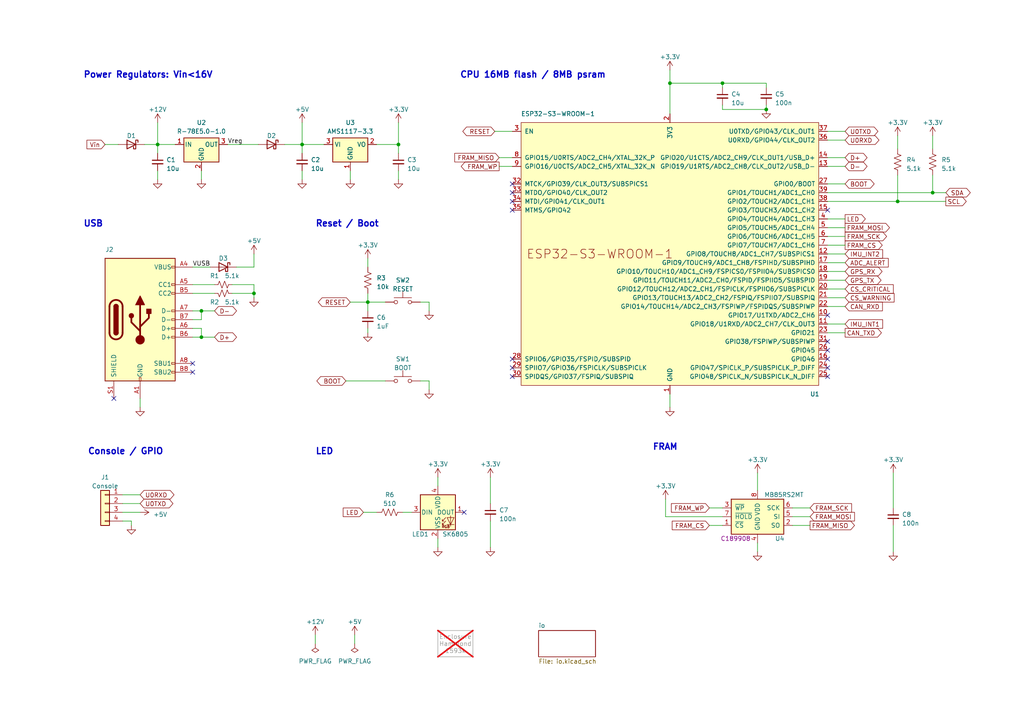
<source format=kicad_sch>
(kicad_sch (version 20230121) (generator eeschema)
  (paper "A4")
  (title_block (date "2021-02-16"))
  (lib_symbols
    (symbol "Connector:USB_C_Receptacle_USB2.0" (pin_names (offset 1.016))
      (property "Reference" "J" (at -10.16 19.05 0))
      (property "Value" "USB_C_Receptacle_USB2.0" (at 19.05 19.05 0))
      (symbol "USB_C_Receptacle_USB2.0_0_0"
        (rectangle (start -0.254 -17.78) (end 0.254 -16.764))
        (rectangle (start 10.16 -14.986) (end 9.144 -15.494))
        (rectangle (start 10.16 -12.446) (end 9.144 -12.954))
        (rectangle (start 10.16 -4.826) (end 9.144 -5.334))
        (rectangle (start 10.16 -2.286) (end 9.144 -2.794))
        (rectangle (start 10.16 0.254) (end 9.144 -0.254))
        (rectangle (start 10.16 2.794) (end 9.144 2.286))
        (rectangle (start 10.16 7.874) (end 9.144 7.366))
        (rectangle (start 10.16 10.414) (end 9.144 9.906))
        (rectangle (start 10.16 15.494) (end 9.144 14.986))
      )
      (symbol "USB_C_Receptacle_USB2.0_0_1"
        (rectangle (start -10.16 17.78) (end 10.16 -17.78) (stroke (width 0.254)) (fill (type background)))
        (arc (start -8.89 -3.81) (mid -6.985 -5.7067) (end -5.08 -3.81) (stroke (width 0.508)))
        (arc (start -7.62 -3.81) (mid -6.985 -4.4423) (end -6.35 -3.81) (stroke (width 0.254)))
        (arc (start -7.62 -3.81) (mid -6.985 -4.4423) (end -6.35 -3.81) (stroke (width 0.254)) (fill (type outline)))
        (rectangle (start -7.62 -3.81) (end -6.35 3.81) (stroke (width 0.254)) (fill (type outline)))
        (arc (start -6.35 3.81) (mid -6.985 4.4423) (end -7.62 3.81) (stroke (width 0.254)))
        (arc (start -6.35 3.81) (mid -6.985 4.4423) (end -7.62 3.81) (stroke (width 0.254)) (fill (type outline)))
        (arc (start -5.08 3.81) (mid -6.985 5.7067) (end -8.89 3.81) (stroke (width 0.508)))
        (circle (center -2.54 1.143) (radius 0.635) (stroke (width 0.254)) (fill (type outline)))
        (circle (center 0 -5.842) (radius 1.27) (fill (type outline)))
        (polyline (pts (xy -8.89 -3.81) (xy -8.89 3.81)) (stroke (width 0.508)))
        (polyline (pts (xy -5.08 3.81) (xy -5.08 -3.81)) (stroke (width 0.508)))
        (polyline (pts (xy 0 -5.842) (xy 0 4.318)) (stroke (width 0.508)))
        (polyline (pts (xy 0 -3.302) (xy -2.54 -0.762) (xy -2.54 0.508)) (stroke (width 0.508)))
        (polyline (pts (xy 0 -2.032) (xy 2.54 0.508) (xy 2.54 1.778)) (stroke (width 0.508)))
        (polyline (pts (xy -1.27 4.318) (xy 0 6.858) (xy 1.27 4.318) (xy -1.27 4.318)) (stroke (width 0.254)) (fill (type outline)))
        (rectangle (start 1.905 1.778) (end 3.175 3.048) (stroke (width 0.254)) (fill (type outline)))
      )
      (symbol "USB_C_Receptacle_USB2.0_1_1"
        (pin passive line (at 0 -22.86 90) (length 5.08) (name "GND") (number "A1"))
        (pin passive line (at 0 -22.86 90) (length 5.08) hide (name "GND") (number "A12"))
        (pin passive line (at 15.24 15.24 180) (length 5.08) (name "VBUS") (number "A4"))
        (pin bidirectional line (at 15.24 10.16 180) (length 5.08) (name "CC1") (number "A5"))
        (pin bidirectional line (at 15.24 -2.54 180) (length 5.08) (name "D+") (number "A6"))
        (pin bidirectional line (at 15.24 2.54 180) (length 5.08) (name "D-") (number "A7"))
        (pin bidirectional line (at 15.24 -12.7 180) (length 5.08) (name "SBU1") (number "A8"))
        (pin passive line (at 15.24 15.24 180) (length 5.08) hide (name "VBUS") (number "A9"))
        (pin passive line (at 0 -22.86 90) (length 5.08) hide (name "GND") (number "B1"))
        (pin passive line (at 0 -22.86 90) (length 5.08) hide (name "GND") (number "B12"))
        (pin passive line (at 15.24 15.24 180) (length 5.08) hide (name "VBUS") (number "B4"))
        (pin bidirectional line (at 15.24 7.62 180) (length 5.08) (name "CC2") (number "B5"))
        (pin bidirectional line (at 15.24 -5.08 180) (length 5.08) (name "D+") (number "B6"))
        (pin bidirectional line (at 15.24 0 180) (length 5.08) (name "D-") (number "B7"))
        (pin bidirectional line (at 15.24 -15.24 180) (length 5.08) (name "SBU2") (number "B8"))
        (pin passive line (at 15.24 15.24 180) (length 5.08) hide (name "VBUS") (number "B9"))
        (pin passive line (at -7.62 -22.86 90) (length 5.08) (name "SHIELD") (number "S1"))
      )
    )
    (symbol "Connector_Generic:Conn_01x04" (pin_names (offset 1.016) hide)
      (property "Reference" "J" (at 0 5.08 0))
      (property "Value" "Conn_01x04" (at 0 -7.62 0))
      (symbol "Conn_01x04_1_1"
        (rectangle (start -1.27 -4.953) (end 0 -5.207) (stroke (width 0.1524)))
        (rectangle (start -1.27 -2.413) (end 0 -2.667) (stroke (width 0.1524)))
        (rectangle (start -1.27 0.127) (end 0 -0.127) (stroke (width 0.1524)))
        (rectangle (start -1.27 2.667) (end 0 2.413) (stroke (width 0.1524)))
        (rectangle (start -1.27 3.81) (end 1.27 -6.35) (stroke (width 0.254)) (fill (type background)))
        (pin passive line (at -5.08 2.54 0) (length 3.81) (name "Pin_1") (number "1"))
        (pin passive line (at -5.08 0 0) (length 3.81) (name "Pin_2") (number "2"))
        (pin passive line (at -5.08 -2.54 0) (length 3.81) (name "Pin_3") (number "3"))
        (pin passive line (at -5.08 -5.08 0) (length 3.81) (name "Pin_4") (number "4"))
      )
    )
    (symbol "Device:C_Small" (pin_numbers hide) (pin_names (offset 0.254) hide)
      (property "Reference" "C" (at 0.254 1.778 0))
      (property "Value" "C_Small" (at 0.254 -2.032 0))
      (symbol "C_Small_0_1"
        (polyline (pts (xy -1.524 -0.508) (xy 1.524 -0.508)) (stroke (width 0.3302)))
        (polyline (pts (xy -1.524 0.508) (xy 1.524 0.508)) (stroke (width 0.3048)))
      )
      (symbol "C_Small_1_1"
        (pin passive line (at 0 2.54 270) (length 2.032) (name "~") (number "1"))
        (pin passive line (at 0 -2.54 90) (length 2.032) (name "~") (number "2"))
      )
    )
    (symbol "Device:R_Small_US" (pin_numbers hide) (pin_names (offset 0.254) hide)
      (property "Reference" "R" (at 0.762 0.508 0))
      (property "Value" "R_Small_US" (at 0.762 -1.016 0))
      (symbol "R_Small_US_1_1"
        (polyline (pts (xy 0 0) (xy 1.016 -0.381) (xy 0 -0.762) (xy -1.016 -1.143) (xy 0 -1.524)))
        (polyline (pts (xy 0 1.524) (xy 1.016 1.143) (xy 0 0.762) (xy -1.016 0.381) (xy 0 0)))
        (pin passive line (at 0 2.54 270) (length 1.016) (name "~") (number "1"))
        (pin passive line (at 0 -2.54 90) (length 1.016) (name "~") (number "2"))
      )
    )
    (symbol "Device:R_US" (pin_numbers hide) (pin_names (offset 0))
      (property "Reference" "R" (at 2.54 0 90))
      (property "Value" "R_US" (at -2.54 0 90))
      (symbol "R_US_0_1"
        (polyline (pts (xy 0 -2.286) (xy 0 -2.54)))
        (polyline (pts (xy 0 2.286) (xy 0 2.54)))
        (polyline (pts (xy 0 -0.762) (xy 1.016 -1.143) (xy 0 -1.524) (xy -1.016 -1.905) (xy 0 -2.286)))
        (polyline (pts (xy 0 0.762) (xy 1.016 0.381) (xy 0 0) (xy -1.016 -0.381) (xy 0 -0.762)))
        (polyline (pts (xy 0 2.286) (xy 1.016 1.905) (xy 0 1.524) (xy -1.016 1.143) (xy 0 0.762)))
      )
      (symbol "R_US_1_1"
        (pin passive line (at 0 3.81 270) (length 1.27) (name "~") (number "1"))
        (pin passive line (at 0 -3.81 90) (length 1.27) (name "~") (number "2"))
      )
    )
    (symbol "Diode:1N5819WS" (pin_numbers hide) (pin_names (offset 1.016) hide)
      (property "Reference" "D" (at 0 2.54 0))
      (property "Value" "1N5819WS" (at 0 -2.54 0))
      (symbol "1N5819WS_0_1"
        (polyline (pts (xy 1.27 0) (xy -1.27 0)))
        (polyline (pts (xy 1.27 1.27) (xy 1.27 -1.27) (xy -1.27 0) (xy 1.27 1.27)) (stroke (width 0.254)))
        (polyline (pts (xy -1.905 0.635) (xy -1.905 1.27) (xy -1.27 1.27) (xy -1.27 -1.27) (xy -0.635 -1.27) (xy -0.635 -0.635)) (stroke (width 0.254)))
      )
      (symbol "1N5819WS_1_1"
        (pin passive line (at -3.81 0 0) (length 2.54) (name "K") (number "1"))
        (pin passive line (at 3.81 0 180) (length 2.54) (name "A") (number "2"))
      )
    )
    (symbol "LED:SK6805" (pin_names (offset 0.254))
      (property "Reference" "D" (at 5.08 5.715 0))
      (property "Value" "SK6805" (at 1.27 -5.715 0))
      (symbol "SK6805_0_0"
        (text "RGB" (at 2.286 -4.191 0) (effects (font (size 0.762 0.762))))
      )
      (symbol "SK6805_0_1"
        (polyline (pts (xy 1.27 -3.556) (xy 1.778 -3.556)))
        (polyline (pts (xy 1.27 -2.54) (xy 1.778 -2.54)))
        (polyline (pts (xy 4.699 -3.556) (xy 2.667 -3.556)))
        (polyline (pts (xy 2.286 -2.54) (xy 1.27 -3.556) (xy 1.27 -3.048)))
        (polyline (pts (xy 2.286 -1.524) (xy 1.27 -2.54) (xy 1.27 -2.032)))
        (polyline (pts (xy 3.683 -1.016) (xy 3.683 -3.556) (xy 3.683 -4.064)))
        (polyline (pts (xy 4.699 -1.524) (xy 2.667 -1.524) (xy 3.683 -3.556) (xy 4.699 -1.524)))
        (rectangle (start 5.08 5.08) (end -5.08 -5.08) (stroke (width 0.254)) (fill (type background)))
      )
      (symbol "SK6805_1_1"
        (pin output line (at 7.62 0 180) (length 2.54) (name "DOUT") (number "1"))
        (pin power_in line (at 0 -7.62 90) (length 2.54) (name "VSS") (number "2"))
        (pin input line (at -7.62 0 0) (length 2.54) (name "DIN") (number "3"))
        (pin power_in line (at 0 7.62 270) (length 2.54) (name "VDD") (number "4"))
      )
    )
    (symbol "Memory_NVRAM:MB85RS2MT" (pin_names (offset 1.016))
      (property "Reference" "U" (at -7.62 6.35 0))
      (property "Value" "MB85RS2MT" (at 1.27 6.35 0))
      (symbol "MB85RS2MT_0_1"
        (rectangle (start -7.62 5.08) (end 7.62 -5.08) (stroke (width 0.254)) (fill (type background)))
      )
      (symbol "MB85RS2MT_1_1"
        (pin input line (at -10.16 -2.54 0) (length 2.54) (name "~{CS}") (number "1"))
        (pin output line (at 10.16 -2.54 180) (length 2.54) (name "SO") (number "2"))
        (pin input line (at -10.16 2.54 0) (length 2.54) (name "~{WP}") (number "3"))
        (pin power_in line (at 0 -7.62 90) (length 2.54) (name "GND") (number "4"))
        (pin input line (at 10.16 0 180) (length 2.54) (name "SI") (number "5"))
        (pin input line (at 10.16 2.54 180) (length 2.54) (name "SCK") (number "6"))
        (pin input line (at -10.16 0 0) (length 2.54) (name "~{HOLD}") (number "7"))
        (pin power_in line (at 0 7.62 270) (length 2.54) (name "VDD") (number "8"))
      )
    )
    (symbol "PCM_Espressif:ESP32-S3-WROOM-1" (pin_names (offset 1.016))
      (property "Reference" "U" (at -43.18 43.18 0))
      (property "Value" "ESP32-S3-WROOM-1" (at -43.18 40.64 0))
      (symbol "ESP32-S3-WROOM-1_0_0"
        (text "ESP32-S3-WROOM-1" (at -20.32 0 0) (effects (font (size 2.54 2.54))))
        (pin power_in line (at 0 -40.64 90) (length 2.54) (name "GND") (number "1"))
        (pin bidirectional line (at 45.72 -17.78 180) (length 2.54) (name "GPIO17/U1TXD/ADC2_CH6") (number "10"))
        (pin bidirectional line (at 45.72 -20.32 180) (length 2.54) (name "GPIO18/U1RXD/ADC2_CH7/CLK_OUT3") (number "11"))
        (pin bidirectional line (at 45.72 0 180) (length 2.54) (name "GPIO8/TOUCH8/ADC1_CH7/SUBSPICS1") (number "12"))
        (pin bidirectional line (at 45.72 25.4 180) (length 2.54) (name "GPIO19/U1RTS/ADC2_CH8/CLK_OUT2/USB_D-") (number "13"))
        (pin bidirectional line (at 45.72 27.94 180) (length 2.54) (name "GPIO20/U1CTS/ADC2_CH9/CLK_OUT1/USB_D+") (number "14"))
        (pin bidirectional line (at 45.72 12.7 180) (length 2.54) (name "GPIO3/TOUCH3/ADC1_CH2") (number "15"))
        (pin bidirectional line (at 45.72 -30.48 180) (length 2.54) (name "GPIO46") (number "16"))
        (pin bidirectional line (at 45.72 -2.54 180) (length 2.54) (name "GPIO9/TOUCH9/ADC1_CH8/FSPIHD/SUBSPIHD") (number "17"))
        (pin bidirectional line (at 45.72 -5.08 180) (length 2.54) (name "GPIO10/TOUCH10/ADC1_CH9/FSPICS0/FSPIIO4/SUBSPICS0") (number "18"))
        (pin bidirectional line (at 45.72 -7.62 180) (length 2.54) (name "GPIO11/TOUCH11/ADC2_CH0/FSPID/FSPIIO5/SUBSPID") (number "19"))
        (pin power_in line (at 0 40.64 270) (length 2.54) (name "3V3") (number "2"))
        (pin bidirectional line (at 45.72 -10.16 180) (length 2.54) (name "GPIO12/TOUCH12/ADC2_CH1/FSPICLK/FSPIIO6/SUBSPICLK") (number "20"))
        (pin bidirectional line (at 45.72 -12.7 180) (length 2.54) (name "GPIO13/TOUCH13/ADC2_CH2/FSPIQ/FSPIIO7/SUBSPIQ") (number "21"))
        (pin bidirectional line (at 45.72 -15.24 180) (length 2.54) (name "GPIO14/TOUCH14/ADC2_CH3/FSPIWP/FSPIDQS/SUBSPIWP") (number "22"))
        (pin bidirectional line (at 45.72 -22.86 180) (length 2.54) (name "GPIO21") (number "23"))
        (pin bidirectional line (at 45.72 -33.02 180) (length 2.54) (name "GPIO47/SPICLK_P/SUBSPICLK_P_DIFF") (number "24"))
        (pin bidirectional line (at 45.72 -35.56 180) (length 2.54) (name "GPIO48/SPICLK_N/SUBSPICLK_N_DIFF") (number "25"))
        (pin bidirectional line (at 45.72 -27.94 180) (length 2.54) (name "GPIO45") (number "26"))
        (pin bidirectional line (at 45.72 20.32 180) (length 2.54) (name "GPIO0/BOOT") (number "27"))
        (pin bidirectional line (at -45.72 -30.48 0) (length 2.54) (name "SPIIO6/GPIO35/FSPID/SUBSPID") (number "28"))
        (pin bidirectional line (at -45.72 -33.02 0) (length 2.54) (name "SPIIO7/GPIO36/FSPICLK/SUBSPICLK") (number "29"))
        (pin input line (at -45.72 35.56 0) (length 2.54) (name "EN") (number "3"))
        (pin bidirectional line (at -45.72 -35.56 0) (length 2.54) (name "SPIDQS/GPIO37/FSPIQ/SUBSPIQ") (number "30"))
        (pin bidirectional line (at 45.72 -25.4 180) (length 2.54) (name "GPIO38/FSPIWP/SUBSPIWP") (number "31"))
        (pin bidirectional line (at -45.72 20.32 0) (length 2.54) (name "MTCK/GPIO39/CLK_OUT3/SUBSPICS1") (number "32"))
        (pin bidirectional line (at -45.72 17.78 0) (length 2.54) (name "MTDO/GPIO40/CLK_OUT2") (number "33"))
        (pin bidirectional line (at -45.72 15.24 0) (length 2.54) (name "MTDI/GPIO41/CLK_OUT1") (number "34"))
        (pin bidirectional line (at -45.72 12.7 0) (length 2.54) (name "MTMS/GPIO42") (number "35"))
        (pin bidirectional line (at 45.72 33.02 180) (length 2.54) (name "U0RXD/GPIO44/CLK_OUT2") (number "36"))
        (pin bidirectional line (at 45.72 35.56 180) (length 2.54) (name "U0TXD/GPIO43/CLK_OUT1") (number "37"))
        (pin bidirectional line (at 45.72 15.24 180) (length 2.54) (name "GPIO2/TOUCH2/ADC1_CH1") (number "38"))
        (pin bidirectional line (at 45.72 17.78 180) (length 2.54) (name "GPIO1/TOUCH1/ADC1_CH0") (number "39"))
        (pin bidirectional line (at 45.72 10.16 180) (length 2.54) (name "GPIO4/TOUCH4/ADC1_CH3") (number "4"))
        (pin passive line (at 0 -40.64 90) (length 2.54) hide (name "GND") (number "40"))
        (pin passive line (at 0 -40.64 90) (length 2.54) hide (name "GND") (number "41"))
        (pin bidirectional line (at 45.72 7.62 180) (length 2.54) (name "GPIO5/TOUCH5/ADC1_CH4") (number "5"))
        (pin bidirectional line (at 45.72 5.08 180) (length 2.54) (name "GPIO6/TOUCH6/ADC1_CH5") (number "6"))
        (pin bidirectional line (at 45.72 2.54 180) (length 2.54) (name "GPIO7/TOUCH7/ADC1_CH6") (number "7"))
        (pin bidirectional line (at -45.72 27.94 0) (length 2.54) (name "GPIO15/U0RTS/ADC2_CH4/XTAL_32K_P") (number "8"))
        (pin bidirectional line (at -45.72 25.4 0) (length 2.54) (name "GPIO16/U0CTS/ADC2_CH5/XTAL_32K_N") (number "9"))
      )
      (symbol "ESP32-S3-WROOM-1_0_1"
        (rectangle (start -43.18 38.1) (end 43.18 -38.1) (fill (type background)))
      )
    )
    (symbol "Regulator_Linear:AMS1117-3.3"
      (property "Reference" "U" (at -3.81 3.175 0))
      (property "Value" "AMS1117-3.3" (at 0 3.175 0))
      (symbol "AMS1117-3.3_0_1"
        (rectangle (start -5.08 -5.08) (end 5.08 1.905) (stroke (width 0.254)) (fill (type background)))
      )
      (symbol "AMS1117-3.3_1_1"
        (pin power_in line (at 0 -7.62 90) (length 2.54) (name "GND") (number "1"))
        (pin power_out line (at 7.62 0 180) (length 2.54) (name "VO") (number "2"))
        (pin power_in line (at -7.62 0 0) (length 2.54) (name "VI") (number "3"))
      )
    )
    (symbol "Regulator_Switching:R-78E5.0-1.0" (pin_names (offset 0.254))
      (property "Reference" "U" (at -3.81 3.175 0))
      (property "Value" "R-78E5.0-1.0" (at 0 3.175 0))
      (symbol "R-78E5.0-1.0_0_1"
        (rectangle (start -5.08 1.905) (end 5.08 -5.08) (stroke (width 0.254)) (fill (type background)))
      )
      (symbol "R-78E5.0-1.0_1_1"
        (pin power_in line (at -7.62 0 0) (length 2.54) (name "IN") (number "1"))
        (pin power_in line (at 0 -7.62 90) (length 2.54) (name "GND") (number "2"))
        (pin power_out line (at 7.62 0 180) (length 2.54) (name "OUT") (number "3"))
      )
    )
    (symbol "Switch:SW_Push" (pin_numbers hide) (pin_names (offset 1.016) hide)
      (property "Reference" "SW" (at 1.27 2.54 0))
      (property "Value" "SW_Push" (at 0 -1.524 0))
      (symbol "SW_Push_0_1"
        (circle (center -2.032 0) (radius 0.508))
        (polyline (pts (xy 0 1.27) (xy 0 3.048)))
        (polyline (pts (xy 2.54 1.27) (xy -2.54 1.27)))
        (circle (center 2.032 0) (radius 0.508))
        (pin passive line (at -5.08 0 0) (length 2.54) (name "1") (number "1"))
        (pin passive line (at 5.08 0 180) (length 2.54) (name "2") (number "2"))
      )
    )
    (symbol "Symbols:Hammond_1593k"
      (symbol "Hammond_1593k_0_1"
        (rectangle (start 0 7.62) (end 10.16 0))
      )
      (symbol "Hammond_1593k_1_1"
        (text "Enclosure\nHammond\n1593k" (at 5.08 3.81 0) (effects (font (size 1.27 1.27))))
      )
    )
    (symbol "power:+12V" (power) (pin_names (offset 0))
      (property "Value" "+12V" (at 0 3.556 0))
      (symbol "+12V_0_1"
        (polyline (pts (xy -0.762 1.27) (xy 0 2.54)))
        (polyline (pts (xy 0 0) (xy 0 2.54)))
        (polyline (pts (xy 0 2.54) (xy 0.762 1.27)))
      )
      (symbol "+12V_1_1"
        (pin power_in line (at 0 0 90) (length 0) hide (name "+12V") (number "1"))
      )
    )
    (symbol "power:+3.3V" (power) (pin_names (offset 0))
      (property "Value" "+3.3V" (at 0 3.556 0))
      (symbol "+3.3V_0_1"
        (polyline (pts (xy -0.762 1.27) (xy 0 2.54)))
        (polyline (pts (xy 0 0) (xy 0 2.54)))
        (polyline (pts (xy 0 2.54) (xy 0.762 1.27)))
      )
      (symbol "+3.3V_1_1"
        (pin power_in line (at 0 0 90) (length 0) hide (name "+3.3V") (number "1"))
      )
    )
    (symbol "power:+5V" (power) (pin_names (offset 0))
      (property "Value" "+5V" (at 0 3.556 0))
      (symbol "+5V_0_1"
        (polyline (pts (xy -0.762 1.27) (xy 0 2.54)))
        (polyline (pts (xy 0 0) (xy 0 2.54)))
        (polyline (pts (xy 0 2.54) (xy 0.762 1.27)))
      )
      (symbol "+5V_1_1"
        (pin power_in line (at 0 0 90) (length 0) hide (name "+5V") (number "1"))
      )
    )
    (symbol "power:GND" (power) (pin_names (offset 0))
      (property "Value" "GND" (at 0 -3.81 0))
      (symbol "GND_0_1"
        (polyline (pts (xy 0 0) (xy 0 -1.27) (xy 1.27 -1.27) (xy 0 -2.54) (xy -1.27 -1.27) (xy 0 -1.27)))
      )
      (symbol "GND_1_1"
        (pin power_in line (at 0 0 270) (length 0) hide (name "GND") (number "1"))
      )
    )
    (symbol "power:PWR_FLAG" (power) (pin_numbers hide) (pin_names (offset 0) hide)
      (property "Value" "PWR_FLAG" (at 0 3.81 0))
      (symbol "PWR_FLAG_0_0"
        (pin power_out line (at 0 0 90) (length 0) (name "pwr") (number "1"))
      )
      (symbol "PWR_FLAG_0_1"
        (polyline (pts (xy 0 0) (xy 0 1.27) (xy -1.016 1.905) (xy 0 2.54) (xy 1.016 1.905) (xy 0 1.27)))
      )
    )
  )
  (junction (at 106.68 87.63))
  (junction (at 87.63 41.91))
  (junction (at 270.51 55.88))
  (junction (at 260.35 58.42))
  (junction (at 209.55 24.13))
  (junction (at 58.42 97.79))
  (junction (at 115.57 41.91))
  (junction (at 45.72 41.91))
  (junction (at 194.31 24.13))
  (junction (at 73.66 85.09))
  (junction (at 58.42 90.17))
  (junction (at 222.25 31.75))
  (no_connect (at 33.02 115.57))
  (no_connect (at 55.88 105.41))
  (no_connect (at 148.59 106.68))
  (no_connect (at 134.62 148.59))
  (no_connect (at 148.59 58.42))
  (no_connect (at 148.59 104.14))
  (no_connect (at 240.03 60.96))
  (no_connect (at 240.03 104.14))
  (no_connect (at 240.03 101.6))
  (no_connect (at 148.59 60.96))
  (no_connect (at 240.03 106.68))
  (no_connect (at 240.03 99.06))
  (no_connect (at 240.03 109.22))
  (no_connect (at 148.59 55.88))
  (no_connect (at 148.59 53.34))
  (no_connect (at 240.03 91.44))
  (no_connect (at 55.88 107.95))
  (no_connect (at 148.59 109.22))
  (wire (pts (xy 35.56 146.05) (xy 40.64 146.05)))
  (wire (pts (xy 143.51 38.1) (xy 148.59 38.1)))
  (wire (pts (xy 260.35 50.8) (xy 260.35 58.42)))
  (wire (pts (xy 87.63 49.53) (xy 87.63 52.07)))
  (wire (pts (xy 240.03 78.74) (xy 245.11 78.74)))
  (wire (pts (xy 193.04 144.78) (xy 193.04 149.86)))
  (wire (pts (xy 240.03 66.04) (xy 245.11 66.04)))
  (wire (pts (xy 55.88 85.09) (xy 62.23 85.09)))
  (wire (pts (xy 116.84 148.59) (xy 119.38 148.59)))
  (wire (pts (xy 115.57 49.53) (xy 115.57 52.07)))
  (wire (pts (xy 100.33 110.49) (xy 111.76 110.49)))
  (wire (pts (xy 240.03 83.82) (xy 245.11 83.82)))
  (wire (pts (xy 260.35 58.42) (xy 274.32 58.42)))
  (wire (pts (xy 209.55 25.4) (xy 209.55 24.13)))
  (wire (pts (xy 109.22 41.91) (xy 115.57 41.91)))
  (wire (pts (xy 115.57 35.56) (xy 115.57 41.91)))
  (wire (pts (xy 55.88 97.79) (xy 58.42 97.79)))
  (wire (pts (xy 101.6 87.63) (xy 106.68 87.63)))
  (wire (pts (xy 240.03 73.66) (xy 245.11 73.66)))
  (wire (pts (xy 127 138.43) (xy 127 140.97)))
  (wire (pts (xy 105.41 148.59) (xy 109.22 148.59)))
  (wire (pts (xy 35.56 148.59) (xy 40.64 148.59)))
  (wire (pts (xy 124.46 110.49) (xy 124.46 113.03)))
  (wire (pts (xy 240.03 71.12) (xy 245.11 71.12)))
  (wire (pts (xy 240.03 96.52) (xy 245.11 96.52)))
  (wire (pts (xy 270.51 55.88) (xy 274.32 55.88)))
  (wire (pts (xy 229.87 147.32) (xy 234.95 147.32)))
  (wire (pts (xy 240.03 38.1) (xy 245.11 38.1)))
  (wire (pts (xy 240.03 48.26) (xy 245.11 48.26)))
  (wire (pts (xy 73.66 73.66) (xy 73.66 77.47)))
  (wire (pts (xy 58.42 49.53) (xy 58.42 52.07)))
  (wire (pts (xy 240.03 53.34) (xy 245.11 53.34)))
  (wire (pts (xy 106.68 87.63) (xy 106.68 90.17)))
  (wire (pts (xy 91.44 184.15) (xy 91.44 186.69)))
  (wire (pts (xy 38.1 151.13) (xy 38.1 152.4)))
  (wire (pts (xy 67.31 85.09) (xy 73.66 85.09)))
  (wire (pts (xy 106.68 74.93) (xy 106.68 77.47)))
  (wire (pts (xy 40.64 115.57) (xy 40.64 118.11)))
  (wire (pts (xy 240.03 55.88) (xy 270.51 55.88)))
  (wire (pts (xy 58.42 90.17) (xy 58.42 92.71)))
  (wire (pts (xy 240.03 40.64) (xy 245.11 40.64)))
  (wire (pts (xy 58.42 97.79) (xy 62.23 97.79)))
  (wire (pts (xy 229.87 149.86) (xy 234.95 149.86)))
  (wire (pts (xy 58.42 90.17) (xy 62.23 90.17)))
  (wire (pts (xy 209.55 31.75) (xy 222.25 31.75)))
  (wire (pts (xy 35.56 143.51) (xy 40.64 143.51)))
  (wire (pts (xy 205.74 147.32) (xy 209.55 147.32)))
  (wire (pts (xy 55.88 77.47) (xy 60.96 77.47)))
  (wire (pts (xy 106.68 85.09) (xy 106.68 87.63)))
  (wire (pts (xy 259.08 137.16) (xy 259.08 147.32)))
  (wire (pts (xy 102.87 184.15) (xy 102.87 186.69)))
  (wire (pts (xy 222.25 24.13) (xy 222.25 25.4)))
  (wire (pts (xy 240.03 68.58) (xy 245.11 68.58)))
  (wire (pts (xy 144.78 48.26) (xy 148.59 48.26)))
  (wire (pts (xy 270.51 50.8) (xy 270.51 55.88)))
  (wire (pts (xy 121.92 87.63) (xy 124.46 87.63)))
  (wire (pts (xy 55.88 82.55) (xy 62.23 82.55)))
  (wire (pts (xy 209.55 30.48) (xy 209.55 31.75)))
  (wire (pts (xy 240.03 88.9) (xy 245.11 88.9)))
  (wire (pts (xy 205.74 152.4) (xy 209.55 152.4)))
  (wire (pts (xy 229.87 152.4) (xy 234.95 152.4)))
  (wire (pts (xy 82.55 41.91) (xy 87.63 41.91)))
  (wire (pts (xy 194.31 24.13) (xy 209.55 24.13)))
  (wire (pts (xy 219.71 157.48) (xy 219.71 160.02)))
  (wire (pts (xy 68.58 77.47) (xy 73.66 77.47)))
  (wire (pts (xy 101.6 49.53) (xy 101.6 52.07)))
  (wire (pts (xy 106.68 95.25) (xy 106.68 96.52)))
  (wire (pts (xy 121.92 110.49) (xy 124.46 110.49)))
  (wire (pts (xy 87.63 41.91) (xy 93.98 41.91)))
  (wire (pts (xy 73.66 85.09) (xy 73.66 86.36)))
  (wire (pts (xy 194.31 24.13) (xy 194.31 33.02)))
  (wire (pts (xy 240.03 45.72) (xy 245.11 45.72)))
  (wire (pts (xy 222.25 30.48) (xy 222.25 31.75)))
  (wire (pts (xy 240.03 76.2) (xy 245.11 76.2)))
  (wire (pts (xy 58.42 97.79) (xy 58.42 95.25)))
  (wire (pts (xy 45.72 41.91) (xy 50.8 41.91)))
  (wire (pts (xy 106.68 87.63) (xy 111.76 87.63)))
  (wire (pts (xy 193.04 149.86) (xy 209.55 149.86)))
  (wire (pts (xy 73.66 82.55) (xy 73.66 85.09)))
  (wire (pts (xy 35.56 151.13) (xy 38.1 151.13)))
  (wire (pts (xy 240.03 86.36) (xy 245.11 86.36)))
  (wire (pts (xy 41.91 41.91) (xy 45.72 41.91)))
  (wire (pts (xy 30.48 41.91) (xy 34.29 41.91)))
  (wire (pts (xy 45.72 35.56) (xy 45.72 41.91)))
  (wire (pts (xy 144.78 45.72) (xy 148.59 45.72)))
  (wire (pts (xy 260.35 39.37) (xy 260.35 43.18)))
  (wire (pts (xy 67.31 82.55) (xy 73.66 82.55)))
  (wire (pts (xy 270.51 39.37) (xy 270.51 43.18)))
  (wire (pts (xy 115.57 41.91) (xy 115.57 44.45)))
  (wire (pts (xy 127 156.21) (xy 127 158.75)))
  (wire (pts (xy 194.31 20.32) (xy 194.31 24.13)))
  (wire (pts (xy 87.63 35.56) (xy 87.63 41.91)))
  (wire (pts (xy 219.71 137.16) (xy 219.71 142.24)))
  (wire (pts (xy 240.03 93.98) (xy 245.11 93.98)))
  (wire (pts (xy 194.31 114.3) (xy 194.31 118.11)))
  (wire (pts (xy 142.24 138.43) (xy 142.24 146.05)))
  (wire (pts (xy 66.04 41.91) (xy 74.93 41.91)))
  (wire (pts (xy 55.88 92.71) (xy 58.42 92.71)))
  (wire (pts (xy 55.88 95.25) (xy 58.42 95.25)))
  (wire (pts (xy 142.24 151.13) (xy 142.24 158.75)))
  (wire (pts (xy 87.63 41.91) (xy 87.63 44.45)))
  (wire (pts (xy 240.03 63.5) (xy 245.11 63.5)))
  (wire (pts (xy 240.03 81.28) (xy 245.11 81.28)))
  (wire (pts (xy 45.72 41.91) (xy 45.72 44.45)))
  (wire (pts (xy 45.72 49.53) (xy 45.72 52.07)))
  (wire (pts (xy 209.55 24.13) (xy 222.25 24.13)))
  (wire (pts (xy 124.46 87.63) (xy 124.46 90.17)))
  (wire (pts (xy 240.03 58.42) (xy 260.35 58.42)))
  (wire (pts (xy 55.88 90.17) (xy 58.42 90.17)))
  (wire (pts (xy 259.08 152.4) (xy 259.08 160.02)))
  (text "FRAM" (at 189.23 130.81 0) (effects (font (size 1.8 1.8) (thickness 0.36) bold) (justify left bottom)))
  (text "USB" (at 24.13 66.04 0) (effects (font (size 1.8 1.8) (thickness 0.36) bold) (justify left bottom)))
  (text "Console / GPIO" (at 25.4 132.08 0) (effects (font (size 1.8 1.8) (thickness 0.36) bold) (justify left bottom)))
  (text "CPU 16MB flash / 8MB psram" (at 133.35 22.86 0) (effects (font (size 1.8 1.8) (thickness 0.36) bold) (justify left bottom)))
  (text "LED" (at 91.44 132.08 0) (effects (font (size 1.8 1.8) (thickness 0.36) bold) (justify left bottom)))
  (text "Reset / Boot" (at 91.44 66.04 0) (effects (font (size 1.8 1.8) (thickness 0.36) bold) (justify left bottom)))
  (text "Power Regulators: Vin<16V" (at 24.13 22.86 0) (effects (font (size 1.8 1.8) (thickness 0.36) bold) (justify left bottom)))
  (label "Vreg" (at 66.04 41.91 0))
  (label "VUSB" (at 55.88 77.47 0))
  (global_label "IMU_INT1" (shape input) (at 245.11 93.98 0) (property "Intersheetrefs" "${INTERSHEET_REFS}" (effects hide)))
  (global_label "FRAM_MISO" (shape input) (at 144.78 45.72 180) (property "Intersheetrefs" "${INTERSHEET_REFS}" (effects hide)))
  (global_label "D+" (shape bidirectional) (at 62.23 97.79 0) (property "Intersheetrefs" "${INTERSHEET_REFS}" (effects hide)))
  (global_label "FRAM_WP" (shape output) (at 144.78 48.26 180) (property "Intersheetrefs" "${INTERSHEET_REFS}" (effects hide)))
  (global_label "FRAM_SCK" (shape input) (at 234.95 147.32 0) (property "Intersheetrefs" "${INTERSHEET_REFS}" (effects hide)))
  (global_label "BOOT" (shape bidirectional) (at 100.33 110.49 180) (property "Intersheetrefs" "${INTERSHEET_REFS}" (effects hide)))
  (global_label "U0TXD" (shape bidirectional) (at 40.64 146.05 0) (property "Intersheetrefs" "${INTERSHEET_REFS}" (effects hide)))
  (global_label "BOOT" (shape bidirectional) (at 245.11 53.34 0) (property "Intersheetrefs" "${INTERSHEET_REFS}" (effects hide)))
  (global_label "ADC_ALERT" (shape input) (at 245.11 76.2 0) (property "Intersheetrefs" "${INTERSHEET_REFS}" (effects hide)))
  (global_label "SCL" (shape output) (at 274.32 58.42 0) (property "Intersheetrefs" "${INTERSHEET_REFS}" (effects hide)))
  (global_label "U0RXD" (shape bidirectional) (at 40.64 143.51 0) (property "Intersheetrefs" "${INTERSHEET_REFS}" (effects hide)))
  (global_label "IMU_INT2" (shape input) (at 245.11 73.66 0) (property "Intersheetrefs" "${INTERSHEET_REFS}" (effects hide)))
  (global_label "D-" (shape bidirectional) (at 62.23 90.17 0) (property "Intersheetrefs" "${INTERSHEET_REFS}" (effects hide)))
  (global_label "FRAM_CS" (shape input) (at 205.74 152.4 180) (property "Intersheetrefs" "${INTERSHEET_REFS}" (effects hide)))
  (global_label "D-" (shape bidirectional) (at 245.11 48.26 0) (property "Intersheetrefs" "${INTERSHEET_REFS}" (effects hide)))
  (global_label "D+" (shape bidirectional) (at 245.11 45.72 0) (property "Intersheetrefs" "${INTERSHEET_REFS}" (effects hide)))
  (global_label "CAN_TXD" (shape output) (at 245.11 96.52 0) (property "Intersheetrefs" "${INTERSHEET_REFS}" (effects hide)))
  (global_label "FRAM_MOSI" (shape input) (at 234.95 149.86 0) (property "Intersheetrefs" "${INTERSHEET_REFS}" (effects hide)))
  (global_label "Vin" (shape input) (at 30.48 41.91 180) (property "Intersheetrefs" "${INTERSHEET_REFS}" (effects hide)))
  (global_label "LED" (shape output) (at 245.11 63.5 0) (property "Intersheetrefs" "${INTERSHEET_REFS}" (effects hide)))
  (global_label "U0TXD" (shape bidirectional) (at 245.11 38.1 0) (property "Intersheetrefs" "${INTERSHEET_REFS}" (effects hide)))
  (global_label "CS_WARNING" (shape input) (at 245.11 86.36 0) (property "Intersheetrefs" "${INTERSHEET_REFS}" (effects hide)))
  (global_label "FRAM_MISO" (shape output) (at 234.95 152.4 0) (property "Intersheetrefs" "${INTERSHEET_REFS}" (effects hide)))
  (global_label "GPS_TX" (shape bidirectional) (at 245.11 81.28 0) (property "Intersheetrefs" "${INTERSHEET_REFS}" (effects hide)))
  (global_label "SDA" (shape bidirectional) (at 274.32 55.88 0) (property "Intersheetrefs" "${INTERSHEET_REFS}" (effects hide)))
  (global_label "FRAM_MOSI" (shape output) (at 245.11 66.04 0) (property "Intersheetrefs" "${INTERSHEET_REFS}" (effects hide)))
  (global_label "FRAM_SCK" (shape output) (at 245.11 68.58 0) (property "Intersheetrefs" "${INTERSHEET_REFS}" (effects hide)))
  (global_label "FRAM_CS" (shape output) (at 245.11 71.12 0) (property "Intersheetrefs" "${INTERSHEET_REFS}" (effects hide)))
  (global_label "RESET" (shape bidirectional) (at 143.51 38.1 180) (property "Intersheetrefs" "${INTERSHEET_REFS}" (effects hide)))
  (global_label "GPS_RX" (shape bidirectional) (at 245.11 78.74 0) (property "Intersheetrefs" "${INTERSHEET_REFS}" (effects hide)))
  (global_label "LED" (shape input) (at 105.41 148.59 180) (property "Intersheetrefs" "${INTERSHEET_REFS}" (effects hide)))
  (global_label "RESET" (shape bidirectional) (at 101.6 87.63 180) (property "Intersheetrefs" "${INTERSHEET_REFS}" (effects hide)))
  (global_label "FRAM_WP" (shape input) (at 205.74 147.32 180) (property "Intersheetrefs" "${INTERSHEET_REFS}" (effects hide)))
  (global_label "U0RXD" (shape bidirectional) (at 245.11 40.64 0) (property "Intersheetrefs" "${INTERSHEET_REFS}" (effects hide)))
  (global_label "CAN_RXD" (shape input) (at 245.11 88.9 0) (property "Intersheetrefs" "${INTERSHEET_REFS}" (effects hide)))
  (global_label "CS_CRITICAL" (shape input) (at 245.11 83.82 0) (property "Intersheetrefs" "${INTERSHEET_REFS}" (effects hide)))
  (symbol (lib_id "power:GND") (at 127 158.75 0) (unit 1)
    (property "Reference" "#PWR056" (effects hide))
    (property "Value" "GND" (effects hide))
  )
  (symbol (lib_id "Switch:SW_Push") (at 116.84 87.63 0) (unit 1)
    (property "Reference" "SW2" (at 116.84 81.28 0))
    (property "Value" "RESET" (at 116.84 83.82 0))
    (property "Footprint" "Footprints:TS-1187A" (effects hide))
    (property "LCSC" "C318884" (effects hide))
  )
  (symbol (lib_id "Connector_Generic:Conn_01x04") (at 30.48 146.05 0) (mirror y) (unit 1) (in_bom no)
    (property "Reference" "J1" (at 30.48 138.43 0))
    (property "Value" "Console" (at 30.48 140.97 0))
    (property "Footprint" "Footprints:JST_PH_S4B-PH-K_1x04_P2.00mm_Horizontal" (effects hide))
    (property "Digikey" "455-1721-ND" (effects hide))
  )
  (symbol (lib_id "Device:C_Small") (at 106.68 92.71 0) (mirror y) (unit 1)
    (property "Reference" "C6" (at 109.22 92.0813 0) (effects (justify right)))
    (property "Value" "1uF" (at 109.22 94.6213 0) (effects (justify right)))
    (property "Footprint" "Footprints:C_0402_1005Metric" (effects hide))
    (property "LCSC" "C52923" (effects hide))
  )
  (symbol (lib_id "power:GND") (at 142.24 158.75 0) (unit 1)
    (property "Reference" "#PWR057" (effects hide))
    (property "Value" "GND" (effects hide))
  )
  (symbol (lib_id "power:+3.3V") (at 127 138.43 0) (unit 1)
    (property "Reference" "#PWR055" (effects hide))
    (property "Value" "+3.3V" (at 127 134.62 0))
  )
  (symbol (lib_id "power:GND") (at 38.1 152.4 0) (unit 1)
    (property "Reference" "#PWR036" (effects hide))
    (property "Value" "GND" (effects hide))
  )
  (symbol (lib_id "power:+3.3V") (at 193.04 144.78 0) (unit 1)
    (property "Reference" "#PWR028" (effects hide))
    (property "Value" "+3.3V" (at 193.04 140.97 0))
  )
  (symbol (lib_id "power:GND") (at 222.25 31.75 0) (unit 1)
    (property "Reference" "#PWR050" (effects hide))
    (property "Value" "GND" (effects hide))
  )
  (symbol (lib_id "power:GND") (at 115.57 52.07 0) (unit 1)
    (property "Reference" "#PWR05" (effects hide))
    (property "Value" "GND" (effects hide))
  )
  (symbol (lib_id "power:+3.3V") (at 259.08 137.16 0) (unit 1)
    (property "Reference" "#PWR049" (effects hide))
    (property "Value" "+3.3V" (at 259.08 133.35 0))
  )
  (symbol (lib_id "Switch:SW_Push") (at 116.84 110.49 0) (unit 1)
    (property "Reference" "SW1" (at 116.84 104.14 0))
    (property "Value" "BOOT" (at 116.84 106.68 0))
    (property "Footprint" "Footprints:TS-1187A" (effects hide))
    (property "LCSC" "C318884" (effects hide))
  )
  (symbol (lib_id "power:+5V") (at 87.63 35.56 0) (unit 1)
    (property "Reference" "#PWR010" (effects hide))
    (property "Value" "+5V" (at 87.63 31.75 0))
  )
  (symbol (lib_id "power:+5V") (at 40.64 148.59 270) (unit 1)
    (property "Reference" "#PWR037" (effects hide))
    (property "Value" "+5V" (at 44.45 149.225 90) (effects (justify left)))
  )
  (symbol (lib_id "power:+12V") (at 45.72 35.56 0) (unit 1)
    (property "Reference" "#PWR07" (effects hide))
    (property "Value" "+12V" (at 45.72 31.75 0))
  )
  (symbol (lib_id "Device:R_US") (at 113.03 148.59 90) (unit 1)
    (property "Reference" "R6" (at 113.03 143.51 90))
    (property "Value" "510" (at 113.03 146.05 90))
    (property "Footprint" "Footprints:R_0402_1005Metric" (effects hide))
    (property "LCSC" "C25123" (effects hide))
  )
  (symbol (lib_id "Device:C_Small") (at 259.08 149.86 0) (unit 1)
    (property "Reference" "C8" (at 261.62 149.2313 0) (effects (justify left)))
    (property "Value" "100n" (at 261.62 151.7713 0) (effects (justify left)))
    (property "Footprint" "Footprints:C_0402_1005Metric" (effects hide))
    (property "LCSC" "C307331" (effects hide))
    (property "Description" "50V 100nF X7R ±10% Multilayer Ceramic Capacitor 0402 " (effects hide))
  )
  (symbol (lib_id "Connector:USB_C_Receptacle_USB2.0") (at 40.64 92.71 0) (unit 1)
    (property "Reference" "J2" (at 31.75 72.39 0))
    (property "Value" "USB_C_Receptacle_USB2.0" (effects hide))
    (property "Footprint" "Connector_USB:USB_C_Receptacle_GCT_USB4105-xx-A_16P_TopMnt_Horizontal" (effects hide))
    (property "Datasheet" "https://www.usb.org/sites/default/files/documents/usb_type-c.zip" (effects hide))
    (property "LCSC" "C2997433" (effects hide))
    (property "Info" "(text \"https://dubiouscreations.com/2021/04/06/designing-with-usb-c-lessons-learned/\"" (effects hide))
  )
  (symbol (lib_id "power:PWR_FLAG") (at 102.87 186.69 180) (unit 1)
    (property "Reference" "#FLG02" (effects hide))
    (property "Value" "PWR_FLAG" (at 102.87 191.77 0))
  )
  (symbol (lib_id "power:+5V") (at 102.87 184.15 0) (mirror y) (unit 1)
    (property "Reference" "#PWR048" (effects hide))
    (property "Value" "+5V" (at 102.87 180.34 0))
  )
  (symbol (lib_id "Device:R_Small_US") (at 64.77 85.09 90) (mirror x) (unit 1)
    (property "Reference" "R2" (at 62.23 87.63 90))
    (property "Value" "5.1k" (at 67.31 87.63 90))
    (property "Footprint" "Footprints:R_0402_1005Metric" (effects hide))
    (property "LCSC" "C25905" (effects hide))
  )
  (symbol (lib_id "power:GND") (at 106.68 96.52 0) (unit 1)
    (property "Reference" "#PWR016" (effects hide))
    (property "Value" "GND" (effects hide))
  )
  (symbol (lib_id "power:+3.3V") (at 270.51 39.37 0) (unit 1)
    (property "Reference" "#PWR031" (effects hide))
    (property "Value" "+3.3V" (at 270.51 35.56 0))
  )
  (symbol (lib_id "Symbols:Hammond_1593k") (at 127 190.5 0) (unit 1) (in_bom no) (dnp yes)
    (property "Reference" "E1" (effects hide))
    (property "Value" "1593k" (effects hide))
    (property "Footprint" "Footprints:Hammond_1593K_WROOM" (effects hide))
    (property "Datasheet" "http://www.hammondmfg.com/pdf/1593K.pdf" (effects hide))
    (property "Digikey" "HM355-ND" (effects hide))
  )
  (symbol (lib_id "power:+5V") (at 73.66 73.66 0) (unit 1)
    (property "Reference" "#PWR08" (effects hide))
    (property "Value" "+5V" (at 73.66 69.85 0))
  )
  (symbol (lib_id "Regulator_Switching:R-78E5.0-1.0") (at 58.42 41.91 0) (unit 1) (in_bom no)
    (property "Reference" "U2" (at 58.42 35.56 0))
    (property "Value" "R-78E5.0-1.0" (at 58.42 38.1 0))
    (property "Footprint" "Converter_DCDC:Converter_DCDC_RECOM_R-78E-0.5_THT" (effects hide))
    (property "Datasheet" "https://www.recom-power.com/pdf/Innoline/R-78Exx-1.0.pdf" (effects hide))
    (property "Digikey" "945-R-78K5.0-1.0-ND" (effects hide))
  )
  (symbol (lib_id "power:+3.3V") (at 106.68 74.93 0) (unit 1)
    (property "Reference" "#PWR015" (effects hide))
    (property "Value" "+3.3V" (at 106.68 71.12 0))
  )
  (symbol (lib_id "LED:SK6805") (at 127 148.59 0) (unit 1)
    (property "Reference" "LED1" (at 121.92 154.94 0))
    (property "Value" "SK6805" (at 132.08 154.94 0))
    (property "Footprint" "Footprints:SK6805-EK20" (effects hide))
    (property "Datasheet" "https://cdn-shop.adafruit.com/product-files/3484/3484_Datasheet.pdf" (effects hide))
    (property "LCSC" "C2890036" (effects hide))
  )
  (symbol (lib_id "power:+3.3V") (at 115.57 35.56 0) (unit 1)
    (property "Reference" "#PWR09" (effects hide))
    (property "Value" "+3.3V" (at 115.57 31.75 0))
  )
  (symbol (lib_id "power:+3.3V") (at 219.71 137.16 0) (unit 1)
    (property "Reference" "#PWR029" (effects hide))
    (property "Value" "+3.3V" (at 219.71 133.35 0))
  )
  (symbol (lib_id "Diode:1N5819WS") (at 64.77 77.47 0) (mirror y) (unit 1)
    (property "Reference" "D3" (at 64.77 74.93 0))
    (property "Value" "1N5819WS" (effects hide))
    (property "Footprint" "Footprints:SOD-123" (effects hide))
    (property "Datasheet" "https://datasheet.lcsc.com/lcsc/2204281430_Guangdong-Hottech-1N5819WS_C191023.pdf" (effects hide))
    (property "LCSC" "C727115" (effects hide))
  )
  (symbol (lib_id "Device:C_Small") (at 222.25 27.94 0) (unit 1)
    (property "Reference" "C5" (at 224.79 27.3113 0) (effects (justify left)))
    (property "Value" "100n" (at 224.79 29.8513 0) (effects (justify left)))
    (property "Footprint" "Footprints:C_0402_1005Metric" (effects hide))
    (property "LCSC" "C307331" (effects hide))
    (property "Description" "50V 100nF X7R ±10% Multilayer Ceramic Capacitor 0402 " (effects hide))
  )
  (symbol (lib_id "power:+12V") (at 91.44 184.15 0) (unit 1)
    (property "Reference" "#PWR046" (effects hide))
    (property "Value" "+12V" (at 91.44 180.34 0))
  )
  (symbol (lib_id "Device:R_US") (at 270.51 46.99 180) (unit 1)
    (property "Reference" "R5" (at 273.05 46.355 0) (effects (justify right)))
    (property "Value" "5.1k" (at 273.05 48.895 0) (effects (justify right)))
    (property "Footprint" "Footprints:R_0402_1005Metric" (effects hide))
    (property "LCSC" "C25905" (effects hide))
  )
  (symbol (lib_id "power:PWR_FLAG") (at 91.44 186.69 180) (unit 1)
    (property "Reference" "#FLG01" (effects hide))
    (property "Value" "PWR_FLAG" (at 91.44 191.77 0))
  )
  (symbol (lib_id "Diode:1N5819WS") (at 38.1 41.91 0) (mirror y) (unit 1)
    (property "Reference" "D1" (at 38.1 39.37 0))
    (property "Value" "1N5819WS" (effects hide))
    (property "Footprint" "Footprints:SOD-123" (effects hide))
    (property "Datasheet" "https://datasheet.lcsc.com/lcsc/2204281430_Guangdong-Hottech-1N5819WS_C191023.pdf" (effects hide))
    (property "LCSC" "C727115" (effects hide))
  )
  (symbol (lib_id "Device:R_US") (at 106.68 81.28 0) (unit 1)
    (property "Reference" "R3" (at 109.22 80.645 0) (effects (justify left)))
    (property "Value" "10k" (at 109.22 83.185 0) (effects (justify left)))
    (property "Footprint" "Footprints:R_0402_1005Metric" (effects hide))
    (property "LCSC" "C25744" (effects hide))
  )
  (symbol (lib_id "power:GND") (at 101.6 52.07 0) (unit 1)
    (property "Reference" "#PWR06" (effects hide))
    (property "Value" "GND" (effects hide))
  )
  (symbol (lib_id "power:GND") (at 219.71 160.02 0) (unit 1)
    (property "Reference" "#PWR030" (effects hide))
    (property "Value" "GND" (effects hide))
  )
  (symbol (lib_id "power:GND") (at 259.08 160.02 0) (unit 1)
    (property "Reference" "#PWR053" (effects hide))
    (property "Value" "GND" (effects hide))
  )
  (symbol (lib_id "power:GND") (at 40.64 118.11 0) (unit 1)
    (property "Reference" "#PWR011" (effects hide))
    (property "Value" "GND" (effects hide))
  )
  (symbol (lib_id "Regulator_Linear:AMS1117-3.3") (at 101.6 41.91 0) (unit 1)
    (property "Reference" "U3" (at 101.6 35.56 0))
    (property "Value" "AMS1117-3.3" (at 101.6 38.1 0))
    (property "Footprint" "Package_TO_SOT_SMD:SOT-223-3_TabPin2" (effects hide))
    (property "Datasheet" "http://www.advanced-monolithic.com/pdf/ds1117.pdf" (effects hide))
    (property "LCSC" "C6186" (effects hide))
  )
  (symbol (lib_id "power:GND") (at 194.31 118.11 0) (unit 1)
    (property "Reference" "#PWR045" (effects hide))
    (property "Value" "GND" (effects hide))
  )
  (symbol (lib_id "Device:C_Small") (at 115.57 46.99 0) (unit 1)
    (property "Reference" "C3" (at 118.11 46.3613 0) (effects (justify left)))
    (property "Value" "10u" (at 118.11 48.9013 0) (effects (justify left)))
    (property "Footprint" "Capacitor_SMD:C_0805_2012Metric" (effects hide))
    (property "LCSC" "C15850" (effects hide))
    (property "Description" "25V 10uF X5R ±10% Multilayer Ceramic Capacitor 0805" (effects hide))
  )
  (symbol (lib_id "Device:C_Small") (at 45.72 46.99 0) (unit 1)
    (property "Reference" "C1" (at 48.26 46.3613 0) (effects (justify left)))
    (property "Value" "10u" (at 48.26 48.9013 0) (effects (justify left)))
    (property "Footprint" "Capacitor_SMD:C_0805_2012Metric" (effects hide))
    (property "LCSC" "C15850" (effects hide))
    (property "Description" "25V 10uF X5R ±10% Multilayer Ceramic Capacitor 0805" (effects hide))
  )
  (symbol (lib_id "Device:C_Small") (at 142.24 148.59 0) (unit 1)
    (property "Reference" "C7" (at 144.78 147.9613 0) (effects (justify left)))
    (property "Value" "100n" (at 144.78 150.5013 0) (effects (justify left)))
    (property "Footprint" "Footprints:C_0402_1005Metric" (effects hide))
    (property "LCSC" "C307331" (effects hide))
    (property "Description" "50V 100nF X7R ±10% Multilayer Ceramic Capacitor 0402 " (effects hide))
  )
  (symbol (lib_id "power:GND") (at 124.46 90.17 0) (unit 1)
    (property "Reference" "#PWR017" (effects hide))
    (property "Value" "GND" (effects hide))
  )
  (symbol (lib_id "power:+3.3V") (at 194.31 20.32 0) (unit 1)
    (property "Reference" "#PWR044" (effects hide))
    (property "Value" "+3.3V" (at 194.31 16.51 0))
  )
  (symbol (lib_id "Memory_NVRAM:MB85RS2MT") (at 219.71 149.86 0) (unit 1)
    (property "Reference" "U4" (at 224.79 156.21 0) (effects (justify left)))
    (property "Value" "MB85RS2MT" (at 221.6659 143.51 0) (effects (justify left)))
    (property "Footprint" "Footprints:SOP-8_MP85RS2" (effects hide))
    (property "Datasheet" "http://www.fujitsu.com/downloads/MICRO/fsa/pdf/products/memory/fram/MB85RS16-DS501-00014-6v0-E.pdf" (effects hide))
    (property "LCSC" "C189908" (at 213.36 156.21 0))
  )
  (symbol (lib_id "Diode:1N5819WS") (at 78.74 41.91 0) (mirror y) (unit 1)
    (property "Reference" "D2" (at 78.74 39.37 0))
    (property "Value" "1N5819WS" (effects hide))
    (property "Footprint" "Footprints:SOD-123" (effects hide))
    (property "Datasheet" "https://datasheet.lcsc.com/lcsc/2204281430_Guangdong-Hottech-1N5819WS_C191023.pdf" (effects hide))
    (property "LCSC" "C727115" (effects hide))
  )
  (symbol (lib_id "power:GND") (at 45.72 52.07 0) (unit 1)
    (property "Reference" "#PWR02" (effects hide))
    (property "Value" "GND" (effects hide))
  )
  (symbol (lib_id "power:GND") (at 73.66 86.36 0) (unit 1)
    (property "Reference" "#PWR014" (effects hide))
    (property "Value" "GND" (effects hide))
  )
  (symbol (lib_id "power:GND") (at 124.46 113.03 0) (unit 1)
    (property "Reference" "#PWR018" (effects hide))
    (property "Value" "GND" (effects hide))
  )
  (symbol (lib_id "power:+3.3V") (at 142.24 138.43 0) (unit 1)
    (property "Reference" "#PWR054" (effects hide))
    (property "Value" "+3.3V" (at 142.24 134.62 0))
  )
  (symbol (lib_id "Device:R_US") (at 260.35 46.99 0) (unit 1)
    (property "Reference" "R4" (at 262.89 46.355 0) (effects (justify left)))
    (property "Value" "5.1k" (at 262.89 48.895 0) (effects (justify left)))
    (property "Footprint" "Footprints:R_0402_1005Metric" (effects hide))
    (property "LCSC" "C25905" (effects hide))
  )
  (symbol (lib_id "Device:C_Small") (at 87.63 46.99 0) (unit 1)
    (property "Reference" "C2" (at 90.17 46.3613 0) (effects (justify left)))
    (property "Value" "10u" (at 90.17 48.9013 0) (effects (justify left)))
    (property "Footprint" "Capacitor_SMD:C_0805_2012Metric" (effects hide))
    (property "LCSC" "C15850" (effects hide))
    (property "Description" "25V 10uF X5R ±10% Multilayer Ceramic Capacitor 0805" (effects hide))
  )
  (symbol (lib_id "Device:C_Small") (at 209.55 27.94 0) (unit 1)
    (property "Reference" "C4" (at 212.09 27.3113 0) (effects (justify left)))
    (property "Value" "10u" (at 212.09 29.8513 0) (effects (justify left)))
    (property "Footprint" "Capacitor_SMD:C_0805_2012Metric" (effects hide))
    (property "LCSC" "C15850" (effects hide))
    (property "Description" "25V 10uF X5R ±10% Multilayer Ceramic Capacitor 0805" (effects hide))
  )
  (symbol (lib_id "power:GND") (at 58.42 52.07 0) (unit 1)
    (property "Reference" "#PWR03" (effects hide))
    (property "Value" "GND" (effects hide))
  )
  (symbol (lib_id "power:GND") (at 87.63 52.07 0) (unit 1)
    (property "Reference" "#PWR04" (effects hide))
    (property "Value" "GND" (effects hide))
  )
  (symbol (lib_id "PCM_Espressif:ESP32-S3-WROOM-1") (at 194.31 73.66 0) (unit 1)
    (property "Reference" "U1" (at 234.95 114.3 0) (effects (justify left)))
    (property "Value" "ESP32-S3-WROOM-1" (at 151.13 33.02 0) (effects (justify left)))
    (property "Footprint" "Espressif:ESP32-S3-WROOM-1" (effects hide))
    (property "Datasheet" "https://www.espressif.com/sites/default/files/documentation/esp32-s3-wroom-1_wroom-1u_datasheet_en.pdf" (effects hide))
    (property "LCSC" "C2913202" (effects hide))
  )
  (symbol (lib_id "Device:R_Small_US") (at 64.77 82.55 90) (unit 1)
    (property "Reference" "R1" (at 62.23 80.01 90))
    (property "Value" "5.1k" (at 67.31 80.01 90))
    (property "Footprint" "Footprints:R_0402_1005Metric" (effects hide))
    (property "LCSC" "C25905" (effects hide))
  )
  (symbol (lib_id "power:+3.3V") (at 260.35 39.37 0) (unit 1)
    (property "Reference" "#PWR027" (effects hide))
    (property "Value" "+3.3V" (at 260.35 35.56 0))
  )
  (sheet (at 156.21 182.88) (size 16.51 7.62) (stroke (width 0.1524))
    (property "Sheetname" "io" (at 156.21 182.1684 0) (effects (justify left bottom)))
    (property "Sheetfile" "io.kicad_sch" (at 156.21 191.0846 0) (effects (justify left top)))
  )
)
</source>
